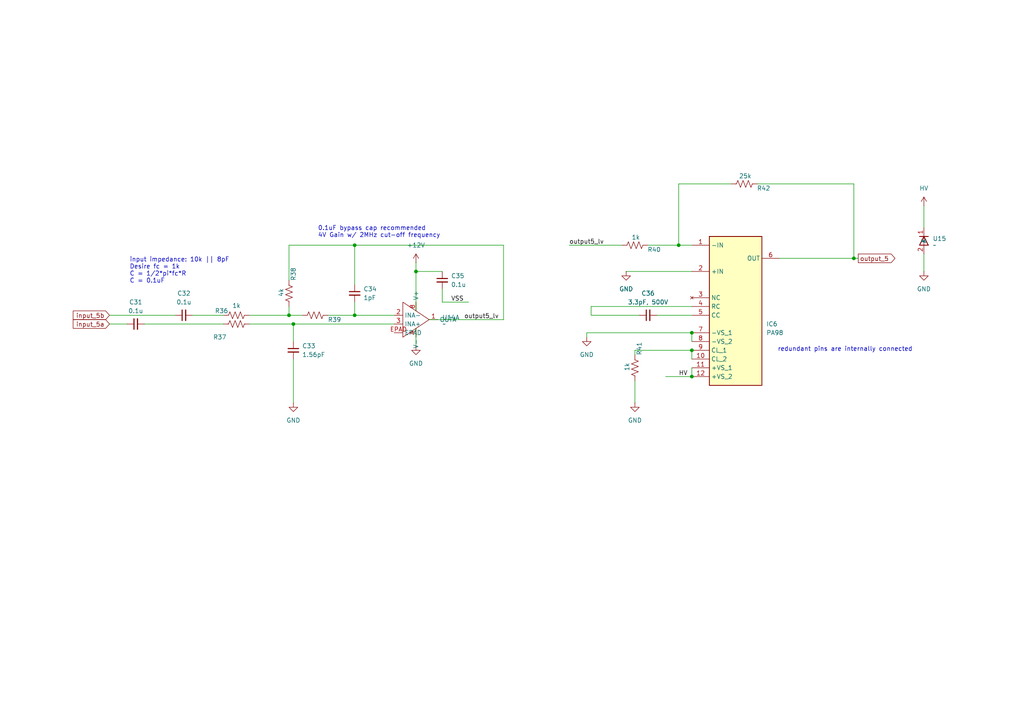
<source format=kicad_sch>
(kicad_sch (version 20231120) (generator "eeschema") (generator_version "8.0")
  (paper "A4")
  (lib_symbols
    (symbol "Device:C_Small" (pin_numbers hide) (pin_names (offset 0.254) hide)
      (property "Reference" "C" (at 0.254 1.778 0))
      (property "Value" "C_Small" (at 0.254 -2.032 0))
      (symbol "C_Small_0_1"
        (polyline (pts (xy -1.524 -0.508) (xy 1.524 -0.508)) (stroke (width 0.3302)))
        (polyline (pts (xy -1.524 0.508) (xy 1.524 0.508)) (stroke (width 0.3048)))
      )
      (symbol "C_Small_1_1"
        (pin passive line (at 0 2.54 270) (length 2.032) (name "~") (number "1"))
        (pin passive line (at 0 -2.54 90) (length 2.032) (name "~") (number "2"))
      )
    )
    (symbol "Device:R_US" (pin_numbers hide) (pin_names (offset 0))
      (property "Reference" "R" (at 2.54 0 90))
      (property "Value" "R_US" (at -2.54 0 90))
      (symbol "R_US_0_1"
        (polyline (pts (xy 0 -2.286) (xy 0 -2.54)))
        (polyline (pts (xy 0 2.286) (xy 0 2.54)))
        (polyline (pts (xy 0 -0.762) (xy 1.016 -1.143) (xy 0 -1.524) (xy -1.016 -1.905) (xy 0 -2.286)))
        (polyline (pts (xy 0 0.762) (xy 1.016 0.381) (xy 0 0) (xy -1.016 -0.381) (xy 0 -0.762)))
        (polyline (pts (xy 0 2.286) (xy 1.016 1.905) (xy 0 1.524) (xy -1.016 1.143) (xy 0 0.762)))
      )
      (symbol "R_US_1_1"
        (pin passive line (at 0 3.81 270) (length 1.27) (name "~") (number "1"))
        (pin passive line (at 0 -3.81 90) (length 1.27) (name "~") (number "2"))
      )
    )
    (symbol "_PHASE:OPA221A_2UNITS"
      (property "Reference" "U" (at -1.016 -1.524 0))
      (symbol "OPA221A_2UNITS_1_1"
        (polyline (pts (xy 0 0) (xy 0 10.16) (xy 7.62 5.08) (xy 0 0)))
        (pin input line (at 7.62 5.08 0) (length 2.54) (name "OUTA") (number "1"))
        (pin input line (at -2.54 6.35 0) (length 2.54) (name "INA-") (number "2"))
        (pin input line (at -2.54 3.81 0) (length 2.54) (name "INA+") (number "3"))
        (pin power_in line (at 3.81 2.54 270) (length 2.54) (name "V-") (number "4"))
        (pin power_in line (at 3.81 7.62 90) (length 2.54) (name "V+") (number "8"))
        (pin power_in line (at -2.54 1.27 0) (length 2.54) (name "EPAD") (number "EPAD"))
      )
      (symbol "OPA221A_2UNITS_2_1"
        (polyline (pts (xy 0 0) (xy 0 10.16) (xy 7.62 5.08) (xy 0 0)))
        (pin input line (at -2.54 3.81 0) (length 2.54) (name "INB+") (number "5"))
        (pin input line (at -2.54 6.35 0) (length 2.54) (name "INB-") (number "6"))
        (pin input line (at 7.62 5.08 0) (length 2.54) (name "OUTB") (number "7"))
      )
    )
    (symbol "_PHASE:PA98"
      (property "Reference" "IC" (at 21.59 -5.08 0))
      (property "Value" "PA98" (at 21.59 -7.62 0))
      (symbol "PA98_1_1"
        (rectangle (start 5.08 12.7) (end 20.32 -30.48) (stroke (width 0.254)) (fill (type background)))
        (pin passive line (at 0 10.16 0) (length 5.08) (name "-IN") (number "1"))
        (pin passive line (at 0 -22.86 0) (length 5.08) (name "CL_2") (number "10"))
        (pin passive line (at 0 -25.4 0) (length 5.08) (name "+VS_1") (number "11"))
        (pin passive line (at 0 -27.94 0) (length 5.08) (name "+VS_2") (number "12"))
        (pin passive line (at 0 2.54 0) (length 5.08) (name "+IN") (number "2"))
        (pin no_connect line (at 0 -5.08 0) (length 5.08) (name "NC") (number "3"))
        (pin passive line (at 0 -7.62 0) (length 5.08) (name "RC") (number "4"))
        (pin passive line (at 0 -10.16 0) (length 5.08) (name "CC") (number "5"))
        (pin passive line (at 25.4 6.35 180) (length 5.08) (name "OUT") (number "6"))
        (pin passive line (at 0 -15.24 0) (length 5.08) (name "-VS_1") (number "7"))
        (pin passive line (at 0 -17.78 0) (length 5.08) (name "-VS_2") (number "8"))
        (pin passive line (at 0 -20.32 0) (length 5.08) (name "CL_1") (number "9"))
      )
    )
    (symbol "_PHASE:SMCJ150A-13-F"
      (property "Reference" "U" (at 0 0 0))
      (symbol "SMCJ150A-13-F_0_1"
        (polyline (pts (xy 1.27 3.81) (xy 1.27 1.27)) (stroke (width 0.254)))
        (polyline (pts (xy 3.81 2.54) (xy 1.27 2.54)))
        (polyline (pts (xy 3.81 3.81) (xy 3.81 1.27) (xy 1.27 2.54) (xy 3.81 3.81)) (stroke (width 0.254)))
      )
      (symbol "SMCJ150A-13-F_1_1"
        (pin passive line (at -1.27 2.54 0) (length 2.54) (name "K") (number "1"))
        (pin passive line (at 6.35 2.54 180) (length 2.54) (name "A") (number "2"))
      )
    )
    (symbol "power:+12V" (power) (pin_numbers hide) (pin_names (offset 0) hide)
      (property "Value" "+12V" (at 0 3.556 0))
      (symbol "+12V_0_1"
        (polyline (pts (xy -0.762 1.27) (xy 0 2.54)))
        (polyline (pts (xy 0 0) (xy 0 2.54)))
        (polyline (pts (xy 0 2.54) (xy 0.762 1.27)))
      )
      (symbol "+12V_1_1"
        (pin power_in line (at 0 0 90) (length 0) (name "~") (number "1"))
      )
    )
    (symbol "power:GND" (power) (pin_numbers hide) (pin_names (offset 0) hide)
      (property "Value" "GND" (at 0 -3.81 0))
      (symbol "GND_0_1"
        (polyline (pts (xy 0 0) (xy 0 -1.27) (xy 1.27 -1.27) (xy 0 -2.54) (xy -1.27 -1.27) (xy 0 -1.27)))
      )
      (symbol "GND_1_1"
        (pin power_in line (at 0 0 270) (length 0) (name "~") (number "1"))
      )
    )
  )
  (junction (at 247.65 74.93))
  (junction (at 102.87 91.44))
  (junction (at 200.66 101.6))
  (junction (at 85.09 93.98))
  (junction (at 196.85 71.12))
  (junction (at 200.66 109.22))
  (junction (at 120.65 78.74))
  (junction (at 102.87 71.12))
  (junction (at 83.82 91.44))
  (junction (at 200.66 96.52))
  (wire (pts (xy 102.87 87.63) (xy 102.87 91.44)))
  (wire (pts (xy 247.65 74.93) (xy 248.92 74.93)))
  (wire (pts (xy 120.65 78.74) (xy 128.27 78.74)))
  (wire (pts (xy 83.82 88.9) (xy 83.82 91.44)))
  (wire (pts (xy 83.82 71.12) (xy 102.87 71.12)))
  (wire (pts (xy 83.82 71.12) (xy 83.82 81.28)))
  (wire (pts (xy 185.42 91.44) (xy 171.45 91.44)))
  (wire (pts (xy 267.97 59.69) (xy 267.97 66.04)))
  (wire (pts (xy 120.65 100.33) (xy 120.65 95.25)))
  (wire (pts (xy 102.87 71.12) (xy 146.05 71.12)))
  (wire (pts (xy 102.87 91.44) (xy 95.25 91.44)))
  (wire (pts (xy 124.46 92.71) (xy 146.05 92.71)))
  (wire (pts (xy 170.18 96.52) (xy 200.66 96.52)))
  (wire (pts (xy 200.66 101.6) (xy 184.15 101.6)))
  (wire (pts (xy 196.85 71.12) (xy 200.66 71.12)))
  (wire (pts (xy 55.88 91.44) (xy 64.77 91.44)))
  (wire (pts (xy 200.66 106.68) (xy 200.66 109.22)))
  (wire (pts (xy 219.71 53.34) (xy 247.65 53.34)))
  (wire (pts (xy 171.45 88.9) (xy 200.66 88.9)))
  (wire (pts (xy 146.05 71.12) (xy 146.05 92.71)))
  (wire (pts (xy 102.87 71.12) (xy 102.87 82.55)))
  (wire (pts (xy 72.39 91.44) (xy 83.82 91.44)))
  (wire (pts (xy 165.1 71.12) (xy 180.34 71.12)))
  (wire (pts (xy 170.18 96.52) (xy 170.18 97.79)))
  (wire (pts (xy 83.82 91.44) (xy 87.63 91.44)))
  (wire (pts (xy 85.09 93.98) (xy 85.09 99.06)))
  (wire (pts (xy 200.66 96.52) (xy 200.66 99.06)))
  (wire (pts (xy 31.75 91.44) (xy 50.8 91.44)))
  (wire (pts (xy 226.06 74.93) (xy 247.65 74.93)))
  (wire (pts (xy 41.91 93.98) (xy 64.77 93.98)))
  (wire (pts (xy 114.3 91.44) (xy 102.87 91.44)))
  (wire (pts (xy 181.61 78.74) (xy 200.66 78.74)))
  (wire (pts (xy 212.09 53.34) (xy 196.85 53.34)))
  (wire (pts (xy 190.5 91.44) (xy 200.66 91.44)))
  (wire (pts (xy 85.09 104.14) (xy 85.09 116.84)))
  (wire (pts (xy 120.65 90.17) (xy 120.65 78.74)))
  (wire (pts (xy 196.85 53.34) (xy 196.85 71.12)))
  (wire (pts (xy 31.75 93.98) (xy 36.83 93.98)))
  (wire (pts (xy 184.15 101.6) (xy 184.15 102.87)))
  (wire (pts (xy 128.27 83.82) (xy 128.27 87.63)))
  (wire (pts (xy 187.96 71.12) (xy 196.85 71.12)))
  (wire (pts (xy 120.65 78.74) (xy 120.65 76.2)))
  (wire (pts (xy 247.65 74.93) (xy 247.65 53.34)))
  (wire (pts (xy 171.45 91.44) (xy 171.45 88.9)))
  (wire (pts (xy 193.04 109.22) (xy 200.66 109.22)))
  (wire (pts (xy 72.39 93.98) (xy 85.09 93.98)))
  (wire (pts (xy 200.66 101.6) (xy 200.66 104.14)))
  (wire (pts (xy 128.27 87.63) (xy 135.89 87.63)))
  (wire (pts (xy 184.15 110.49) (xy 184.15 116.84)))
  (wire (pts (xy 267.97 73.66) (xy 267.97 78.74)))
  (wire (pts (xy 85.09 93.98) (xy 114.3 93.98)))
  (text "redundant pins are internally connected" (at 225.552 101.346 0) (effects (font (size 1.27 1.27)) (justify left)))
  (text "input impedance: 10k || 8pF\nDesire fc = 1k\nC = 1/2*pi*fc*R\nC = 0.1uF" (at 37.592 78.486 0) (effects (font (size 1.27 1.27)) (justify left)))
  (text "0.1uF bypass cap recommended\n" (at 92.202 66.294 0) (effects (font (size 1.27 1.27)) (justify left)))
  (text "4V Gain w/ 2MHz cut-off frequency" (at 92.202 68.326 0) (effects (font (size 1.27 1.27)) (justify left)))
  (label "output5_lv" (at 165.1 71.12 0))
  (label "output5_lv" (at 134.62 92.71 0))
  (label "HV" (at 196.85 109.22 0))
  (label "VSS" (at 130.81 87.63 0))
  (global_label "input_5b" (shape input) (at 31.75 91.44 180) (property "Intersheetrefs" "${INTERSHEET_REFS}" (effects (hide yes))))
  (global_label "output_5" (shape output) (at 248.92 74.93 0) (property "Intersheetrefs" "${INTERSHEET_REFS}" (effects (hide yes))))
  (global_label "input_5a" (shape input) (at 31.75 93.98 180) (property "Intersheetrefs" "${INTERSHEET_REFS}" (effects (hide yes))))
  (symbol (lib_id "power:GND") (at 170.18 97.79 0) (unit 1)
    (property "Reference" "#PWR060" (effects (hide yes)))
    (property "Value" "GND" (at 170.18 102.87 0))
    (property "Description" "Power symbol creates a global label with name \"GND\" , ground" (effects (hide yes)))
  )
  (symbol (lib_id "Device:R_US") (at 184.15 106.68 0) (unit 1)
    (property "Reference" "R41" (at 185.42 101.092 90))
    (property "Value" "1k" (at 181.864 106.426 90))
    (property "Footprint" "Resistor_SMD:R_0603_1608Metric" (effects (hide yes)))
    (property "Description" "Resistor, US symbol" (effects (hide yes)))
  )
  (symbol (lib_id "Device:R_US") (at 83.82 85.09 0) (unit 1)
    (property "Reference" "R38" (at 85.09 79.502 90))
    (property "Value" "4k" (at 81.534 84.836 90))
    (property "Footprint" "Resistor_SMD:R_0603_1608Metric" (effects (hide yes)))
    (property "Description" "Resistor, US symbol" (effects (hide yes)))
  )
  (symbol (lib_id "Device:C_Small") (at 102.87 85.09 0) (unit 1)
    (property "Reference" "C34" (at 105.41 83.8262 0) (effects (justify left)))
    (property "Value" "1pF" (at 105.41 86.3662 0) (effects (justify left)))
    (property "Footprint" "Capacitor_SMD:C_0603_1608Metric" (effects (hide yes)))
    (property "Description" "Unpolarized capacitor, small symbol" (effects (hide yes)))
  )
  (symbol (lib_id "Device:C_Small") (at 128.27 81.28 0) (unit 1)
    (property "Reference" "C35" (at 130.81 80.0162 0) (effects (justify left)))
    (property "Value" "0.1u" (at 130.81 82.5562 0) (effects (justify left)))
    (property "Footprint" "Capacitor_SMD:C_0603_1608Metric" (effects (hide yes)))
    (property "Description" "Unpolarized capacitor, small symbol" (effects (hide yes)))
  )
  (symbol (lib_id "Device:R_US") (at 91.44 91.44 270) (unit 1)
    (property "Reference" "R39" (at 97.028 92.71 90))
    (property "Value" "R_US" (effects (hide yes)))
    (property "Footprint" "Resistor_SMD:R_0603_1608Metric" (effects (hide yes)))
    (property "Description" "Resistor, US symbol" (effects (hide yes)))
  )
  (symbol (lib_id "Device:R_US") (at 215.9 53.34 270) (unit 1)
    (property "Reference" "R42" (at 221.488 54.61 90))
    (property "Value" "25k" (at 216.154 51.054 90))
    (property "Footprint" "Resistor_SMD:R_0603_1608Metric" (effects (hide yes)))
    (property "Description" "Resistor, US symbol" (effects (hide yes)))
  )
  (symbol (lib_id "Device:R_US") (at 68.58 93.98 270) (unit 1)
    (property "Reference" "R37" (at 63.754 97.79 90))
    (property "Value" "R_US" (effects (hide yes)))
    (property "Footprint" "Resistor_SMD:R_0603_1608Metric" (effects (hide yes)))
    (property "Description" "Resistor, US symbol" (effects (hide yes)))
  )
  (symbol (lib_id "Device:C_Small") (at 187.96 91.44 90) (unit 1)
    (property "Reference" "C36" (at 187.9663 85.09 90))
    (property "Value" "3.3pF, 500V" (at 187.9663 87.63 90))
    (property "Footprint" "Capacitor_SMD:C_0805_2012Metric" (effects (hide yes)))
    (property "Description" "Unpolarized capacitor, small symbol" (effects (hide yes)))
  )
  (symbol (lib_id "_PHASE:OPA221A_2UNITS") (at 116.84 97.79 0) (unit 1)
    (property "Reference" "U14" (at 128.27 92.0749 0) (effects (justify left)))
    (property "Value" "~" (at 128.27 93.98 0) (effects (justify left)))
    (property "Footprint" "726_footprints:OPA2211AIDDAR_L" (effects (hide yes)))
  )
  (symbol (lib_id "power:GND") (at 85.09 116.84 0) (unit 1)
    (property "Reference" "#PWR062" (effects (hide yes)))
    (property "Value" "GND" (at 85.09 121.92 0))
    (property "Description" "Power symbol creates a global label with name \"GND\" , ground" (effects (hide yes)))
  )
  (symbol (lib_id "power:+12V") (at 267.97 59.69 0) (unit 1)
    (property "Reference" "#PWR021" (effects (hide yes)))
    (property "Value" "HV" (at 267.97 54.61 0))
    (property "Description" "Power symbol creates a global label with name \"+12V\"" (effects (hide yes)))
  )
  (symbol (lib_id "power:GND") (at 181.61 78.74 0) (unit 1)
    (property "Reference" "#PWR061" (effects (hide yes)))
    (property "Value" "GND" (at 181.61 83.82 0))
    (property "Description" "Power symbol creates a global label with name \"GND\" , ground" (effects (hide yes)))
  )
  (symbol (lib_id "_PHASE:SMCJ150A-13-F") (at 265.43 67.31 270) (unit 1)
    (property "Reference" "U15" (at 270.51 69.2149 90) (effects (justify left)))
    (property "Value" "~" (at 270.51 71.12 90) (effects (justify left)))
    (property "Footprint" "726_footprints:SMCJ150A-13-F" (effects (hide yes)))
  )
  (symbol (lib_id "power:GND") (at 120.65 100.33 0) (unit 1)
    (property "Reference" "#PWR063" (effects (hide yes)))
    (property "Value" "GND" (at 120.65 105.41 0))
    (property "Description" "Power symbol creates a global label with name \"GND\" , ground" (effects (hide yes)))
  )
  (symbol (lib_id "Device:C_Small") (at 85.09 101.6 0) (unit 1)
    (property "Reference" "C33" (at 87.63 100.3362 0) (effects (justify left)))
    (property "Value" "1.56pF" (at 87.63 102.8762 0) (effects (justify left)))
    (property "Footprint" "Capacitor_SMD:C_0603_1608Metric" (effects (hide yes)))
    (property "Description" "Unpolarized capacitor, small symbol" (effects (hide yes)))
  )
  (symbol (lib_id "power:GND") (at 184.15 116.84 0) (unit 1)
    (property "Reference" "#PWR032" (effects (hide yes)))
    (property "Value" "GND" (at 184.15 121.92 0))
    (property "Description" "Power symbol creates a global label with name \"GND\" , ground" (effects (hide yes)))
  )
  (symbol (lib_id "Device:C_Small") (at 53.34 91.44 90) (unit 1)
    (property "Reference" "C32" (at 53.3463 85.09 90))
    (property "Value" "0.1u" (at 53.3463 87.63 90))
    (property "Footprint" "Capacitor_SMD:C_0603_1608Metric" (effects (hide yes)))
    (property "Description" "Unpolarized capacitor, small symbol" (effects (hide yes)))
  )
  (symbol (lib_id "_PHASE:PA98") (at 200.66 81.28 0) (unit 1)
    (property "Reference" "IC6" (at 222.25 93.9799 0) (effects (justify left)))
    (property "Value" "PA98" (at 222.25 96.5199 0) (effects (justify left)))
    (property "Footprint" "726_footprints:PA98" (effects (hide yes)))
    (property "Datasheet" "https://www.apexanalog.com/resources/products/pa98u.pdf" (effects (hide yes)))
    (property "Description" "The PA98 is a 450V power operational amplifier with a very high 1,000V/s slew rate targeted at high voltage applications including instrumentation, piezoelectric transducers and electrostatic transducers and deflection. Output voltages can swing up to +/-215V on dual supplies, and up to +440V single supply. This MOSFET power amplifier also features a very high 30 kHz of power bandwidth and is designed for output currents up to 200mA.  The PA98A is the A grade version that provides enhanced performance in the" (effects (hide yes)))
    (property "Height" "22.73" (effects (hide yes)))
    (property "Mouser Part Number" "137-PA98" (effects (hide yes)))
    (property "Mouser Price/Stock" "https://www.mouser.co.uk/ProductDetail/Apex-Microtechnology/PA98?qs=TiOZkKH1s2TTpVjzmo9Xsg%3D%3D" (effects (hide yes)))
    (property "Manufacturer_Name" "Apex Microtechnology" (effects (hide yes)))
    (property "Manufacturer_Part_Number" "PA98" (effects (hide yes)))
  )
  (symbol (lib_id "Device:C_Small") (at 39.37 93.98 90) (unit 1)
    (property "Reference" "C31" (at 39.3763 87.63 90))
    (property "Value" "0.1u" (at 39.3763 90.17 90))
    (property "Footprint" "Capacitor_SMD:C_0603_1608Metric" (effects (hide yes)))
    (property "Description" "Unpolarized capacitor, small symbol" (effects (hide yes)))
  )
  (symbol (lib_id "Device:R_US") (at 68.58 91.44 270) (unit 1)
    (property "Reference" "R36" (at 64.262 90.17 90))
    (property "Value" "1k" (at 68.58 88.646 90))
    (property "Footprint" "Resistor_SMD:R_0603_1608Metric" (effects (hide yes)))
    (property "Description" "Resistor, US symbol" (effects (hide yes)))
  )
  (symbol (lib_id "power:+12V") (at 120.65 76.2 0) (unit 1)
    (property "Reference" "#PWR020" (effects (hide yes)))
    (property "Value" "+12V" (at 120.65 71.12 0))
    (property "Description" "Power symbol creates a global label with name \"+12V\"" (effects (hide yes)))
  )
  (symbol (lib_id "power:GND") (at 267.97 78.74 0) (unit 1)
    (property "Reference" "#PWR065" (effects (hide yes)))
    (property "Value" "GND" (at 267.97 83.82 0))
    (property "Description" "Power symbol creates a global label with name \"GND\" , ground" (effects (hide yes)))
  )
  (symbol (lib_id "Device:R_US") (at 184.15 71.12 270) (unit 1)
    (property "Reference" "R40" (at 189.738 72.39 90))
    (property "Value" "1k" (at 184.404 68.834 90))
    (property "Footprint" "Resistor_SMD:R_0603_1608Metric" (effects (hide yes)))
    (property "Description" "Resistor, US symbol" (effects (hide yes)))
  )
)
</source>
